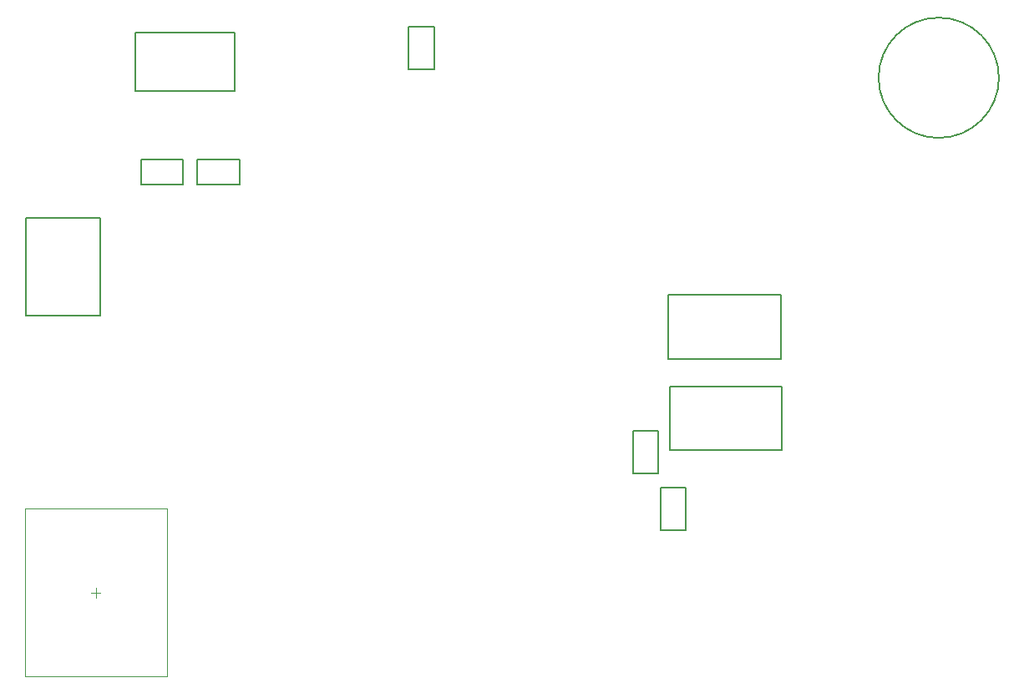
<source format=gbr>
G04*
G04 #@! TF.GenerationSoftware,Altium Limited,Altium Designer,24.1.2 (44)*
G04*
G04 Layer_Color=16711935*
%FSLAX44Y44*%
%MOMM*%
G71*
G04*
G04 #@! TF.SameCoordinates,98FF00E1-DB16-4AB4-99D8-1D2B7C447DA4*
G04*
G04*
G04 #@! TF.FilePolarity,Positive*
G04*
G01*
G75*
%ADD10C,0.2000*%
%ADD85C,0.0500*%
D10*
X365620Y279400D02*
G03*
X487620Y279400I61000J0D01*
G01*
D02*
G03*
X365620Y279400I-61000J0D01*
G01*
X-110571Y288349D02*
Y331411D01*
Y288349D02*
X-85009D01*
Y331411D01*
X-110571D02*
X-85009D01*
X-387920Y265990D02*
Y325490D01*
X-286920D01*
Y265990D02*
Y325490D01*
X-387920Y265990D02*
X-286920D01*
X-498780Y37930D02*
X-423280D01*
X-498780D02*
Y137330D01*
X-423280D01*
Y37930D02*
Y137330D01*
X152550Y-5830D02*
Y59170D01*
Y-5830D02*
X266550D01*
Y59170D01*
X152550D02*
X266550D01*
X116759Y-121861D02*
Y-78799D01*
Y-121861D02*
X142321D01*
Y-78799D01*
X116759D02*
X142321D01*
X170261Y-179011D02*
Y-135949D01*
X144699D02*
X170261D01*
X144699Y-179011D02*
Y-135949D01*
Y-179011D02*
X170261D01*
X-325061Y171369D02*
X-281999D01*
Y196931D01*
X-325061D02*
X-281999D01*
X-325061Y171369D02*
Y196931D01*
X-382211D02*
X-339149D01*
X-382211Y171369D02*
Y196931D01*
Y171369D02*
X-339149D01*
Y196931D01*
X153820Y-98540D02*
Y-33540D01*
Y-98540D02*
X267820D01*
Y-33540D01*
X153820D02*
X267820D01*
D85*
X-499990Y-327520D02*
X-355990D01*
X-499990D02*
Y-157620D01*
X-355990D01*
Y-327520D02*
Y-157620D01*
X-432990Y-242570D02*
X-422990D01*
X-427990Y-247570D02*
Y-237570D01*
M02*

</source>
